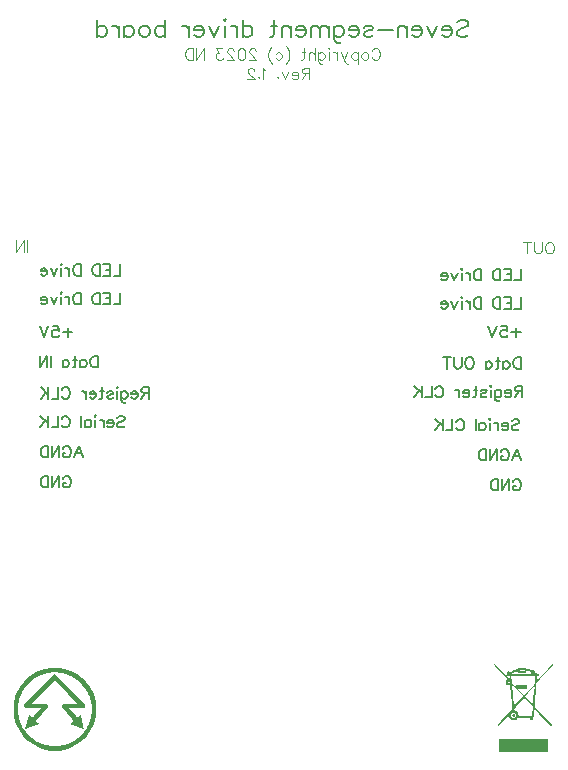
<source format=gbo>
G04 Layer: BottomSilkscreenLayer*
G04 EasyEDA v6.5.22, 2023-04-04 14:03:21*
G04 47d133e18a1f4bd981f81e581058f082,0997c0c323a540828c61b468e30a80a1,10*
G04 Gerber Generator version 0.2*
G04 Scale: 100 percent, Rotated: No, Reflected: No *
G04 Dimensions in millimeters *
G04 leading zeros omitted , absolute positions ,4 integer and 5 decimal *
%FSLAX45Y45*%
%MOMM*%

%ADD10C,0.1500*%
%ADD11C,0.1200*%
%ADD12C,0.1700*%

%LPD*%
G36*
X4853228Y6606692D02*
G01*
X4852974Y6606031D01*
X4852670Y6601612D01*
X4852720Y6596532D01*
X4853025Y6594652D01*
X4853736Y6592620D01*
X4855006Y6590182D01*
X4856988Y6587236D01*
X4863896Y6578701D01*
X4875733Y6565493D01*
X4958435Y6476238D01*
X4957733Y6434429D01*
X4971694Y6434429D01*
X4971796Y6451904D01*
X4972202Y6455918D01*
X4972761Y6458610D01*
X4973421Y6459626D01*
X4977333Y6456934D01*
X4982718Y6450685D01*
X4987493Y6443675D01*
X4989525Y6438595D01*
X4989220Y6436461D01*
X4987950Y6435191D01*
X4985207Y6434582D01*
X4957733Y6434429D01*
X4957521Y6421780D01*
X4983480Y6421678D01*
X4988610Y6421170D01*
X4990628Y6420205D01*
X5005425Y6420205D01*
X5005578Y6421120D01*
X5006136Y6421424D01*
X5007203Y6421069D01*
X5011115Y6418021D01*
X5018074Y6411264D01*
X5044287Y6383629D01*
X5098194Y6325565D01*
X5116525Y6325565D01*
X5119573Y6329527D01*
X5140299Y6353352D01*
X5177282Y6394348D01*
X5194300Y6412534D01*
X5195316Y6413398D01*
X5195620Y6412687D01*
X5195570Y6407962D01*
X5192217Y6370370D01*
X5186527Y6299149D01*
X5183936Y6270701D01*
X5182209Y6256070D01*
X5181955Y6255207D01*
X5180990Y6255664D01*
X5175402Y6260795D01*
X5154777Y6282131D01*
X5142687Y6295085D01*
X5131409Y6307531D01*
X5122468Y6317742D01*
X5117236Y6324244D01*
X5116525Y6325565D01*
X5098194Y6325565D01*
X5098948Y6324752D01*
X5032451Y6251194D01*
X5025593Y6244082D01*
X5021783Y6240526D01*
X5021275Y6240322D01*
X5005425Y6420205D01*
X4990628Y6420205D01*
X4990947Y6420053D01*
X4991506Y6418122D01*
X5005070Y6260185D01*
X5007406Y6229350D01*
X5006949Y6226911D01*
X5005273Y6223558D01*
X5001920Y6218631D01*
X4997693Y6213246D01*
X5023510Y6213246D01*
X5023916Y6218224D01*
X5025491Y6221984D01*
X5028996Y6227318D01*
X5034991Y6234938D01*
X5056835Y6260236D01*
X5087670Y6294577D01*
X5105450Y6313728D01*
X5106517Y6314643D01*
X5109870Y6311544D01*
X5130139Y6290564D01*
X5181549Y6235903D01*
X5175402Y6161278D01*
X5061204Y6161278D01*
X5059883Y6170726D01*
X5058460Y6177229D01*
X5056225Y6183376D01*
X5053126Y6188964D01*
X5049215Y6194094D01*
X5044592Y6198666D01*
X5039258Y6202578D01*
X5033264Y6205880D01*
X5026609Y6208420D01*
X5024932Y6209334D01*
X5023916Y6210858D01*
X5023510Y6213246D01*
X4997693Y6213246D01*
X4983175Y6196126D01*
X4915509Y6120079D01*
X4893157Y6094476D01*
X4887264Y6087059D01*
X4884013Y6082334D01*
X4883200Y6080709D01*
X4882845Y6079439D01*
X4882845Y6078474D01*
X4883658Y6076950D01*
X4886350Y6074206D01*
X4887468Y6073394D01*
X4888230Y6073089D01*
X4894834Y6079744D01*
X4932984Y6121704D01*
X4976418Y6170320D01*
X4977927Y6163360D01*
X4998161Y6163360D01*
X4999228Y6171742D01*
X5000498Y6175298D01*
X5002225Y6178651D01*
X5004155Y6181445D01*
X5006086Y6183325D01*
X5010658Y6185865D01*
X5015280Y6187338D01*
X5019903Y6187694D01*
X5024323Y6187084D01*
X5028488Y6185458D01*
X5032248Y6182918D01*
X5035448Y6179413D01*
X5037988Y6175044D01*
X5039614Y6170269D01*
X5040223Y6165646D01*
X5039918Y6161227D01*
X5038801Y6157061D01*
X5036972Y6153251D01*
X5034483Y6149949D01*
X5031435Y6147206D01*
X5027930Y6145123D01*
X5024018Y6143752D01*
X5019802Y6143294D01*
X5015382Y6143752D01*
X5010810Y6145225D01*
X5004155Y6149644D01*
X4999888Y6155842D01*
X4998161Y6163360D01*
X4977927Y6163360D01*
X4980940Y6151524D01*
X4983784Y6144158D01*
X4987086Y6138164D01*
X4990846Y6133693D01*
X4995468Y6130036D01*
X5000498Y6127089D01*
X5005882Y6124956D01*
X5011420Y6123533D01*
X5017109Y6122873D01*
X5022799Y6122924D01*
X5028387Y6123686D01*
X5033772Y6125159D01*
X5038852Y6127394D01*
X5043474Y6130290D01*
X5047538Y6133846D01*
X5050993Y6138164D01*
X5055311Y6144514D01*
X5156200Y6144514D01*
X5156200Y6121400D01*
X5182006Y6121400D01*
X5182158Y6138265D01*
X5182717Y6142126D01*
X5183733Y6144717D01*
X5186172Y6147104D01*
X5186984Y6148679D01*
X5187746Y6151219D01*
X5189118Y6159652D01*
X5194808Y6219647D01*
X5200142Y6214313D01*
X5233822Y6178804D01*
X5306466Y6100826D01*
X5334609Y6069888D01*
X5343652Y6079388D01*
X5195824Y6238087D01*
X5211826Y6433312D01*
X5244287Y6469024D01*
X5319064Y6552793D01*
X5339892Y6576822D01*
X5345938Y6584340D01*
X5349748Y6589674D01*
X5351780Y6593382D01*
X5352542Y6596176D01*
X5352491Y6600190D01*
X5352186Y6602475D01*
X5351729Y6604000D01*
X5351170Y6604558D01*
X5345226Y6598615D01*
X5308498Y6558381D01*
X5255971Y6500012D01*
X5234381Y6476542D01*
X5219750Y6461099D01*
X5215686Y6457137D01*
X5214213Y6456121D01*
X5214112Y6458559D01*
X5214670Y6469938D01*
X5216702Y6496405D01*
X5229910Y6497523D01*
X5232450Y6498590D01*
X5233416Y6500825D01*
X5233568Y6504889D01*
X5233416Y6509004D01*
X5232501Y6511188D01*
X5230164Y6512001D01*
X5222189Y6512306D01*
X5219700Y6512814D01*
X5218226Y6513728D01*
X5215585Y6519824D01*
X5210302Y6526682D01*
X5203596Y6533489D01*
X5197094Y6538417D01*
X5193842Y6540550D01*
X5191658Y6542684D01*
X5190337Y6544868D01*
X5189626Y6549898D01*
X5188000Y6551371D01*
X5184089Y6551930D01*
X5168646Y6552234D01*
X5160060Y6552793D01*
X5143703Y6554673D01*
X5136794Y6555892D01*
X5131358Y6557162D01*
X5127752Y6558483D01*
X5124907Y6561124D01*
X5119522Y6561988D01*
X5108956Y6562445D01*
X5081320Y6562547D01*
X5066944Y6562293D01*
X5062626Y6561988D01*
X5059730Y6561480D01*
X5057952Y6560820D01*
X5056987Y6559854D01*
X5055565Y6556806D01*
X5053584Y6555384D01*
X5050383Y6554266D01*
X5040122Y6552387D01*
X5034178Y6550914D01*
X5028133Y6549085D01*
X5022138Y6546951D01*
X5016783Y6544716D01*
X5070906Y6544716D01*
X5071719Y6546291D01*
X5074869Y6547256D01*
X5081219Y6547713D01*
X5091734Y6547866D01*
X5102250Y6547713D01*
X5108600Y6547256D01*
X5111699Y6546291D01*
X5112562Y6544716D01*
X5111699Y6543090D01*
X5108600Y6542176D01*
X5102250Y6541668D01*
X5081219Y6541668D01*
X5074869Y6542176D01*
X5071719Y6543090D01*
X5070906Y6544716D01*
X5016783Y6544716D01*
X5010759Y6541871D01*
X5005679Y6539026D01*
X4995621Y6532321D01*
X4992065Y6530543D01*
X4989525Y6530594D01*
X4983022Y6534353D01*
X4979060Y6535369D01*
X4975098Y6535369D01*
X4971338Y6534454D01*
X4967833Y6532676D01*
X4964734Y6530187D01*
X4962093Y6527088D01*
X4960112Y6523481D01*
X4958791Y6519519D01*
X4958384Y6515252D01*
X4958466Y6514541D01*
X5001006Y6514541D01*
X5001006Y6515354D01*
X5001412Y6516268D01*
X5003139Y6518757D01*
X5005832Y6521297D01*
X5009337Y6523888D01*
X5013655Y6526479D01*
X5018582Y6528917D01*
X5024018Y6531254D01*
X5029911Y6533388D01*
X5036159Y6535267D01*
X5048148Y6538315D01*
X5054346Y6539026D01*
X5056632Y6537045D01*
X5056987Y6532118D01*
X5056987Y6524752D01*
X5126431Y6524752D01*
X5126583Y6536385D01*
X5126888Y6539026D01*
X5127345Y6540703D01*
X5127955Y6541262D01*
X5155234Y6537350D01*
X5161686Y6535216D01*
X5163921Y6531152D01*
X5164124Y6518452D01*
X5189931Y6518452D01*
X5190388Y6522872D01*
X5190947Y6524244D01*
X5191556Y6524752D01*
X5192623Y6524244D01*
X5196535Y6520891D01*
X5204561Y6512153D01*
X5193233Y6512306D01*
X5191048Y6513068D01*
X5190134Y6514998D01*
X5189931Y6518452D01*
X5164124Y6518452D01*
X5164124Y6512153D01*
X5034584Y6512204D01*
X5016296Y6512458D01*
X5006035Y6512966D01*
X5003241Y6513372D01*
X5001666Y6513931D01*
X5001006Y6514541D01*
X4958466Y6514541D01*
X4958892Y6510832D01*
X4960518Y6506413D01*
X4964023Y6501638D01*
X4969002Y6497929D01*
X4974437Y6495846D01*
X4982362Y6495948D01*
X4982940Y6495338D01*
X5202224Y6495338D01*
X5198973Y6450482D01*
X5197754Y6443726D01*
X5196840Y6440627D01*
X5195671Y6437579D01*
X5192420Y6431432D01*
X5187492Y6424523D01*
X5180634Y6416141D01*
X5107584Y6333947D01*
X5054955Y6389217D01*
X5128412Y6390386D01*
X5128412Y6421780D01*
X5041138Y6421780D01*
X5041138Y6404051D01*
X5007406Y6439560D01*
X5007254Y6465874D01*
X5006746Y6471208D01*
X5005527Y6473850D01*
X5001463Y6475882D01*
X5000244Y6477711D01*
X4999634Y6480810D01*
X4999482Y6495338D01*
X4982940Y6495338D01*
X4984242Y6493967D01*
X4985258Y6489598D01*
X4985512Y6480098D01*
X4985054Y6476339D01*
X4984546Y6475069D01*
X4983784Y6474256D01*
X4982768Y6473952D01*
X4981397Y6474155D01*
X4979670Y6474917D01*
X4977485Y6476288D01*
X4974894Y6478270D01*
X4968189Y6484315D01*
X4959197Y6493256D01*
X4932883Y6521094D01*
X4880711Y6577431D01*
G37*
G36*
X5019649Y6180023D02*
G01*
X5014722Y6178956D01*
X5009997Y6175654D01*
X5006746Y6170980D01*
X5005628Y6165850D01*
X5006594Y6160617D01*
X5009743Y6155639D01*
X5014518Y6151981D01*
X5019649Y6150864D01*
X5024678Y6152337D01*
X5029098Y6156350D01*
X5032044Y6161430D01*
X5032959Y6166205D01*
X5031943Y6170777D01*
X5028895Y6175349D01*
X5024475Y6178804D01*
G37*
G36*
X4898288Y5963818D02*
G01*
X4898288Y5856681D01*
X5310987Y5856681D01*
X5310987Y5963818D01*
G37*
G36*
X1152753Y6566357D02*
G01*
X1125067Y6566001D01*
X1088745Y6565036D01*
X1060196Y6559245D01*
X1048258Y6556349D01*
X1036421Y6553098D01*
X1024737Y6549440D01*
X1013155Y6545326D01*
X1001623Y6540754D01*
X990092Y6535674D01*
X978560Y6530187D01*
X945642Y6513220D01*
X920292Y6494170D01*
X910488Y6486194D01*
X900734Y6477660D01*
X891133Y6468668D01*
X881786Y6459321D01*
X872744Y6449669D01*
X864158Y6439865D01*
X856132Y6430060D01*
X836930Y6404610D01*
X806805Y6345275D01*
X798220Y6317183D01*
X795070Y6305804D01*
X789533Y6282893D01*
X784453Y6257086D01*
X784453Y6182207D01*
X822045Y6182207D01*
X822045Y6250076D01*
X827532Y6277660D01*
X830580Y6290614D01*
X834085Y6303314D01*
X838047Y6315760D01*
X842518Y6328003D01*
X847394Y6339992D01*
X852830Y6351778D01*
X858723Y6363411D01*
X865073Y6374841D01*
X871982Y6386118D01*
X887221Y6409283D01*
X941222Y6463233D01*
X964336Y6478473D01*
X975614Y6485331D01*
X987044Y6491681D01*
X998677Y6497574D01*
X1010513Y6503009D01*
X1022451Y6507886D01*
X1034592Y6512306D01*
X1046886Y6516217D01*
X1059281Y6519672D01*
X1071829Y6522567D01*
X1082700Y6524599D01*
X1093825Y6526072D01*
X1106525Y6527342D01*
X1119174Y6528307D01*
X1151991Y6529527D01*
X1175969Y6526530D01*
X1187907Y6524599D01*
X1199743Y6522212D01*
X1211326Y6519418D01*
X1222806Y6516217D01*
X1234084Y6512610D01*
X1245108Y6508597D01*
X1255979Y6504178D01*
X1266647Y6499402D01*
X1277112Y6494272D01*
X1287322Y6488734D01*
X1297330Y6482842D01*
X1307033Y6476593D01*
X1316532Y6469989D01*
X1325778Y6463030D01*
X1334770Y6455765D01*
X1343456Y6448196D01*
X1351838Y6440271D01*
X1359966Y6432092D01*
X1367790Y6423558D01*
X1375308Y6414770D01*
X1382522Y6405676D01*
X1389430Y6396278D01*
X1395933Y6386677D01*
X1402181Y6376771D01*
X1408023Y6366611D01*
X1413560Y6356197D01*
X1418691Y6345580D01*
X1423466Y6334709D01*
X1427835Y6323584D01*
X1431848Y6312255D01*
X1435455Y6300724D01*
X1438656Y6289040D01*
X1441450Y6277102D01*
X1446784Y6250076D01*
X1446784Y6182207D01*
X1441348Y6154623D01*
X1438300Y6141669D01*
X1434795Y6128969D01*
X1430832Y6116523D01*
X1426362Y6104331D01*
X1421434Y6092291D01*
X1416050Y6080506D01*
X1410157Y6068872D01*
X1403807Y6057442D01*
X1396898Y6046165D01*
X1381658Y6023000D01*
X1327658Y5969101D01*
X1304544Y5953810D01*
X1293215Y5946952D01*
X1281785Y5940552D01*
X1270152Y5934659D01*
X1258366Y5929274D01*
X1246327Y5924346D01*
X1234084Y5919927D01*
X1221638Y5915964D01*
X1208938Y5912459D01*
X1195984Y5909411D01*
X1168400Y5903925D01*
X1100480Y5903925D01*
X1072896Y5909411D01*
X1059942Y5912459D01*
X1047242Y5915964D01*
X1034745Y5919927D01*
X1022553Y5924346D01*
X1010513Y5929274D01*
X998728Y5934659D01*
X987094Y5940552D01*
X975614Y5946952D01*
X964336Y5953810D01*
X941222Y5969101D01*
X887221Y6023000D01*
X871982Y6046165D01*
X865073Y6057442D01*
X858723Y6068872D01*
X852830Y6080506D01*
X847394Y6092291D01*
X842518Y6104331D01*
X838047Y6116523D01*
X834085Y6128969D01*
X830580Y6141669D01*
X827532Y6154623D01*
X822045Y6182207D01*
X784453Y6182207D01*
X784453Y6175197D01*
X789533Y6149390D01*
X795070Y6126480D01*
X798220Y6115100D01*
X806805Y6087008D01*
X836930Y6027724D01*
X856132Y6002274D01*
X864158Y5992418D01*
X872744Y5982614D01*
X881786Y5973013D01*
X891133Y5963615D01*
X900785Y5954572D01*
X910590Y5946038D01*
X920445Y5938012D01*
X945896Y5918758D01*
X1005230Y5888685D01*
X1033322Y5880100D01*
X1056640Y5873953D01*
X1067663Y5871413D01*
X1093470Y5866333D01*
X1175410Y5866333D01*
X1201216Y5871413D01*
X1212240Y5873953D01*
X1235557Y5880100D01*
X1263650Y5888685D01*
X1322984Y5918758D01*
X1348435Y5938012D01*
X1358290Y5946038D01*
X1368094Y5954572D01*
X1377746Y5963615D01*
X1387094Y5973013D01*
X1396136Y5982614D01*
X1404721Y5992418D01*
X1412748Y6002274D01*
X1431950Y6027724D01*
X1462074Y6087008D01*
X1470660Y6115100D01*
X1473809Y6126480D01*
X1479346Y6149390D01*
X1484426Y6175197D01*
X1484426Y6257086D01*
X1479346Y6282893D01*
X1473809Y6305804D01*
X1470660Y6317183D01*
X1462074Y6345275D01*
X1431950Y6404610D01*
X1412748Y6430060D01*
X1404721Y6439865D01*
X1396136Y6449669D01*
X1387094Y6459321D01*
X1377746Y6468668D01*
X1368094Y6477660D01*
X1358341Y6486194D01*
X1348536Y6494170D01*
X1323238Y6513220D01*
X1268425Y6541566D01*
X1238910Y6551117D01*
X1227886Y6554266D01*
X1216152Y6557162D01*
X1203604Y6559905D01*
X1190193Y6562445D01*
X1175918Y6564782D01*
X1166266Y6566103D01*
G37*
G36*
X1133348Y6516268D02*
G01*
X1019098Y6399885D01*
X874471Y6251549D01*
X874471Y6232855D01*
X886815Y6223152D01*
X1012850Y6223152D01*
X959103Y6161176D01*
X943356Y6143599D01*
X938936Y6147003D01*
X915466Y6166916D01*
X913130Y6161024D01*
X907796Y6141618D01*
X899769Y6110478D01*
X891540Y6077458D01*
X885698Y6052616D01*
X884275Y6045301D01*
X887577Y6046114D01*
X908710Y6053937D01*
X949045Y6069990D01*
X979779Y6082792D01*
X991006Y6087668D01*
X997813Y6090920D01*
X999134Y6091732D01*
X998677Y6093307D01*
X996238Y6096355D01*
X992225Y6100521D01*
X973226Y6117132D01*
X1073556Y6233261D01*
X1073556Y6250381D01*
X1066901Y6259474D01*
X939596Y6261811D01*
X1133195Y6460286D01*
X1246632Y6344208D01*
X1284274Y6305346D01*
X1327048Y6260642D01*
X1202334Y6260642D01*
X1192987Y6251244D01*
X1192987Y6232855D01*
X1277213Y6135370D01*
X1292504Y6117183D01*
X1264716Y6092393D01*
X1287576Y6082385D01*
X1315974Y6070549D01*
X1345133Y6058712D01*
X1377035Y6046419D01*
X1381506Y6044996D01*
X1382166Y6044946D01*
X1381506Y6048705D01*
X1376121Y6071565D01*
X1363218Y6123228D01*
X1352956Y6162243D01*
X1351737Y6165951D01*
X1350365Y6165342D01*
X1347165Y6163106D01*
X1327556Y6147003D01*
X1323086Y6143599D01*
X1312519Y6155283D01*
X1253642Y6223152D01*
X1380591Y6223152D01*
X1392072Y6234633D01*
X1392072Y6251803D01*
G37*
D10*
X1201818Y8168081D02*
G01*
X1206362Y8177171D01*
X1215453Y8186262D01*
X1224546Y8190809D01*
X1242728Y8190809D01*
X1251818Y8186262D01*
X1260909Y8177171D01*
X1265453Y8168081D01*
X1270000Y8154446D01*
X1270000Y8131718D01*
X1265453Y8118081D01*
X1260909Y8108990D01*
X1251818Y8099899D01*
X1242728Y8095353D01*
X1224546Y8095353D01*
X1215453Y8099899D01*
X1206362Y8108990D01*
X1201818Y8118081D01*
X1201818Y8131718D01*
X1224546Y8131718D02*
G01*
X1201818Y8131718D01*
X1171818Y8190809D02*
G01*
X1171818Y8095353D01*
X1171818Y8190809D02*
G01*
X1108181Y8095353D01*
X1108181Y8190809D02*
G01*
X1108181Y8095353D01*
X1078181Y8190809D02*
G01*
X1078181Y8095353D01*
X1078181Y8190809D02*
G01*
X1046363Y8190809D01*
X1032728Y8186262D01*
X1023637Y8177171D01*
X1019091Y8168081D01*
X1014547Y8154446D01*
X1014547Y8131718D01*
X1019091Y8118081D01*
X1023637Y8108990D01*
X1032728Y8099899D01*
X1046363Y8095353D01*
X1078181Y8095353D01*
X1335237Y8444809D02*
G01*
X1371600Y8349353D01*
X1335237Y8444809D02*
G01*
X1298872Y8349353D01*
X1357962Y8381171D02*
G01*
X1312509Y8381171D01*
X1200691Y8422081D02*
G01*
X1205237Y8431171D01*
X1214328Y8440262D01*
X1223418Y8444809D01*
X1241600Y8444809D01*
X1250690Y8440262D01*
X1259781Y8431171D01*
X1264328Y8422081D01*
X1268872Y8408446D01*
X1268872Y8385718D01*
X1264328Y8372081D01*
X1259781Y8362990D01*
X1250690Y8353899D01*
X1241600Y8349353D01*
X1223418Y8349353D01*
X1214328Y8353899D01*
X1205237Y8362990D01*
X1200691Y8372081D01*
X1200691Y8385718D01*
X1223418Y8385718D02*
G01*
X1200691Y8385718D01*
X1170691Y8444809D02*
G01*
X1170691Y8349353D01*
X1170691Y8444809D02*
G01*
X1107053Y8349353D01*
X1107053Y8444809D02*
G01*
X1107053Y8349353D01*
X1077053Y8444809D02*
G01*
X1077053Y8349353D01*
X1077053Y8444809D02*
G01*
X1045237Y8444809D01*
X1031600Y8440262D01*
X1022510Y8431171D01*
X1017963Y8422081D01*
X1013419Y8408446D01*
X1013419Y8385718D01*
X1017963Y8372081D01*
X1022510Y8362990D01*
X1031600Y8353899D01*
X1045237Y8349353D01*
X1077053Y8349353D01*
X5011818Y8142681D02*
G01*
X5016362Y8151771D01*
X5025453Y8160862D01*
X5034546Y8165409D01*
X5052728Y8165409D01*
X5061818Y8160862D01*
X5070909Y8151771D01*
X5075453Y8142681D01*
X5080000Y8129046D01*
X5080000Y8106318D01*
X5075453Y8092681D01*
X5070909Y8083590D01*
X5061818Y8074499D01*
X5052728Y8069953D01*
X5034546Y8069953D01*
X5025453Y8074499D01*
X5016362Y8083590D01*
X5011818Y8092681D01*
X5011818Y8106318D01*
X5034546Y8106318D02*
G01*
X5011818Y8106318D01*
X4981818Y8165409D02*
G01*
X4981818Y8069953D01*
X4981818Y8165409D02*
G01*
X4918181Y8069953D01*
X4918181Y8165409D02*
G01*
X4918181Y8069953D01*
X4888181Y8165409D02*
G01*
X4888181Y8069953D01*
X4888181Y8165409D02*
G01*
X4856363Y8165409D01*
X4842728Y8160862D01*
X4833637Y8151771D01*
X4829091Y8142681D01*
X4824547Y8129046D01*
X4824547Y8106318D01*
X4829091Y8092681D01*
X4833637Y8083590D01*
X4842728Y8074499D01*
X4856363Y8069953D01*
X4888181Y8069953D01*
X5043637Y8419409D02*
G01*
X5080000Y8323953D01*
X5043637Y8419409D02*
G01*
X5007272Y8323953D01*
X5066362Y8355771D02*
G01*
X5020909Y8355771D01*
X4909091Y8396681D02*
G01*
X4913637Y8405771D01*
X4922728Y8414862D01*
X4931818Y8419409D01*
X4950000Y8419409D01*
X4959090Y8414862D01*
X4968181Y8405771D01*
X4972728Y8396681D01*
X4977272Y8383046D01*
X4977272Y8360318D01*
X4972728Y8346681D01*
X4968181Y8337590D01*
X4959090Y8328499D01*
X4950000Y8323953D01*
X4931818Y8323953D01*
X4922728Y8328499D01*
X4913637Y8337590D01*
X4909091Y8346681D01*
X4909091Y8360318D01*
X4931818Y8360318D02*
G01*
X4909091Y8360318D01*
X4879091Y8419409D02*
G01*
X4879091Y8323953D01*
X4879091Y8419409D02*
G01*
X4815453Y8323953D01*
X4815453Y8419409D02*
G01*
X4815453Y8323953D01*
X4785453Y8419409D02*
G01*
X4785453Y8323953D01*
X4785453Y8419409D02*
G01*
X4753637Y8419409D01*
X4740000Y8414862D01*
X4730910Y8405771D01*
X4726363Y8396681D01*
X4721819Y8383046D01*
X4721819Y8360318D01*
X4726363Y8346681D01*
X4730910Y8337590D01*
X4740000Y8328499D01*
X4753637Y8323953D01*
X4785453Y8323953D01*
X5003662Y8659771D02*
G01*
X5012753Y8668862D01*
X5026390Y8673409D01*
X5044572Y8673409D01*
X5058209Y8668862D01*
X5067300Y8659771D01*
X5067300Y8650681D01*
X5062753Y8641590D01*
X5058209Y8637046D01*
X5049118Y8632499D01*
X5021846Y8623409D01*
X5012753Y8618862D01*
X5008209Y8614318D01*
X5003662Y8605227D01*
X5003662Y8591590D01*
X5012753Y8582499D01*
X5026390Y8577953D01*
X5044572Y8577953D01*
X5058209Y8582499D01*
X5067300Y8591590D01*
X4973662Y8614318D02*
G01*
X4919118Y8614318D01*
X4919118Y8623409D01*
X4923663Y8632499D01*
X4928209Y8637046D01*
X4937300Y8641590D01*
X4950937Y8641590D01*
X4960028Y8637046D01*
X4969118Y8627953D01*
X4973662Y8614318D01*
X4973662Y8605227D01*
X4969118Y8591590D01*
X4960028Y8582499D01*
X4950937Y8577953D01*
X4937300Y8577953D01*
X4928209Y8582499D01*
X4919118Y8591590D01*
X4889118Y8641590D02*
G01*
X4889118Y8577953D01*
X4889118Y8614318D02*
G01*
X4884572Y8627953D01*
X4875481Y8637046D01*
X4866391Y8641590D01*
X4852753Y8641590D01*
X4822753Y8673409D02*
G01*
X4818209Y8668862D01*
X4813663Y8673409D01*
X4818209Y8677953D01*
X4822753Y8673409D01*
X4818209Y8641590D02*
G01*
X4818209Y8577953D01*
X4729119Y8641590D02*
G01*
X4729119Y8577953D01*
X4729119Y8627953D02*
G01*
X4738209Y8637046D01*
X4747300Y8641590D01*
X4760937Y8641590D01*
X4770028Y8637046D01*
X4779119Y8627953D01*
X4783663Y8614318D01*
X4783663Y8605227D01*
X4779119Y8591590D01*
X4770028Y8582499D01*
X4760937Y8577953D01*
X4747300Y8577953D01*
X4738209Y8582499D01*
X4729119Y8591590D01*
X4699119Y8673409D02*
G01*
X4699119Y8577953D01*
X4530938Y8650681D02*
G01*
X4535482Y8659771D01*
X4544573Y8668862D01*
X4553663Y8673409D01*
X4571847Y8673409D01*
X4580938Y8668862D01*
X4590028Y8659771D01*
X4594572Y8650681D01*
X4599119Y8637046D01*
X4599119Y8614318D01*
X4594572Y8600681D01*
X4590028Y8591590D01*
X4580938Y8582499D01*
X4571847Y8577953D01*
X4553663Y8577953D01*
X4544573Y8582499D01*
X4535482Y8591590D01*
X4530938Y8600681D01*
X4500938Y8673409D02*
G01*
X4500938Y8577953D01*
X4500938Y8577953D02*
G01*
X4446391Y8577953D01*
X4416391Y8673409D02*
G01*
X4416391Y8577953D01*
X4352754Y8673409D02*
G01*
X4416391Y8609771D01*
X4393664Y8632499D02*
G01*
X4352754Y8577953D01*
X1663562Y8685171D02*
G01*
X1672653Y8694262D01*
X1686290Y8698809D01*
X1704472Y8698809D01*
X1718109Y8694262D01*
X1727200Y8685171D01*
X1727200Y8676081D01*
X1722653Y8666990D01*
X1718109Y8662446D01*
X1709018Y8657899D01*
X1681746Y8648809D01*
X1672653Y8644262D01*
X1668109Y8639718D01*
X1663562Y8630627D01*
X1663562Y8616990D01*
X1672653Y8607899D01*
X1686290Y8603353D01*
X1704472Y8603353D01*
X1718109Y8607899D01*
X1727200Y8616990D01*
X1633562Y8639718D02*
G01*
X1579018Y8639718D01*
X1579018Y8648809D01*
X1583562Y8657899D01*
X1588109Y8662446D01*
X1597200Y8666990D01*
X1610837Y8666990D01*
X1619928Y8662446D01*
X1629018Y8653353D01*
X1633562Y8639718D01*
X1633562Y8630627D01*
X1629018Y8616990D01*
X1619928Y8607899D01*
X1610837Y8603353D01*
X1597200Y8603353D01*
X1588109Y8607899D01*
X1579018Y8616990D01*
X1549019Y8666990D02*
G01*
X1549019Y8603353D01*
X1549019Y8639718D02*
G01*
X1544472Y8653353D01*
X1535381Y8662446D01*
X1526291Y8666990D01*
X1512653Y8666990D01*
X1482653Y8698809D02*
G01*
X1478109Y8694262D01*
X1473563Y8698809D01*
X1478109Y8703353D01*
X1482653Y8698809D01*
X1478109Y8666990D02*
G01*
X1478109Y8603353D01*
X1389019Y8666990D02*
G01*
X1389019Y8603353D01*
X1389019Y8653353D02*
G01*
X1398109Y8662446D01*
X1407200Y8666990D01*
X1420837Y8666990D01*
X1429928Y8662446D01*
X1439019Y8653353D01*
X1443563Y8639718D01*
X1443563Y8630627D01*
X1439019Y8616990D01*
X1429928Y8607899D01*
X1420837Y8603353D01*
X1407200Y8603353D01*
X1398109Y8607899D01*
X1389019Y8616990D01*
X1359019Y8698809D02*
G01*
X1359019Y8603353D01*
X1190838Y8676081D02*
G01*
X1195382Y8685171D01*
X1204473Y8694262D01*
X1213563Y8698809D01*
X1231747Y8698809D01*
X1240838Y8694262D01*
X1249928Y8685171D01*
X1254472Y8676081D01*
X1259019Y8662446D01*
X1259019Y8639718D01*
X1254472Y8626081D01*
X1249928Y8616990D01*
X1240838Y8607899D01*
X1231747Y8603353D01*
X1213563Y8603353D01*
X1204473Y8607899D01*
X1195382Y8616990D01*
X1190838Y8626081D01*
X1160838Y8698809D02*
G01*
X1160838Y8603353D01*
X1160838Y8603353D02*
G01*
X1106291Y8603353D01*
X1076291Y8698809D02*
G01*
X1076291Y8603353D01*
X1012654Y8698809D02*
G01*
X1076291Y8635171D01*
X1053564Y8657899D02*
G01*
X1012654Y8603353D01*
X1930400Y8940109D02*
G01*
X1930400Y8844653D01*
X1930400Y8940109D02*
G01*
X1889490Y8940109D01*
X1875853Y8935562D01*
X1871309Y8931018D01*
X1866762Y8921927D01*
X1866762Y8912837D01*
X1871309Y8903746D01*
X1875853Y8899199D01*
X1889490Y8894653D01*
X1930400Y8894653D01*
X1898581Y8894653D02*
G01*
X1866762Y8844653D01*
X1836762Y8881018D02*
G01*
X1782218Y8881018D01*
X1782218Y8890109D01*
X1786762Y8899199D01*
X1791309Y8903746D01*
X1800400Y8908290D01*
X1814037Y8908290D01*
X1823128Y8903746D01*
X1832218Y8894653D01*
X1836762Y8881018D01*
X1836762Y8871927D01*
X1832218Y8858290D01*
X1823128Y8849199D01*
X1814037Y8844653D01*
X1800400Y8844653D01*
X1791309Y8849199D01*
X1782218Y8858290D01*
X1697672Y8908290D02*
G01*
X1697672Y8835562D01*
X1702219Y8821928D01*
X1706763Y8817381D01*
X1715853Y8812837D01*
X1729491Y8812837D01*
X1738581Y8817381D01*
X1697672Y8894653D02*
G01*
X1706763Y8903746D01*
X1715853Y8908290D01*
X1729491Y8908290D01*
X1738581Y8903746D01*
X1747672Y8894653D01*
X1752219Y8881018D01*
X1752219Y8871927D01*
X1747672Y8858290D01*
X1738581Y8849199D01*
X1729491Y8844653D01*
X1715853Y8844653D01*
X1706763Y8849199D01*
X1697672Y8858290D01*
X1667672Y8940109D02*
G01*
X1663128Y8935562D01*
X1658581Y8940109D01*
X1663128Y8944653D01*
X1667672Y8940109D01*
X1663128Y8908290D02*
G01*
X1663128Y8844653D01*
X1578582Y8894653D02*
G01*
X1583128Y8903746D01*
X1596763Y8908290D01*
X1610400Y8908290D01*
X1624037Y8903746D01*
X1628581Y8894653D01*
X1624037Y8885562D01*
X1614947Y8881018D01*
X1592219Y8876471D01*
X1583128Y8871927D01*
X1578582Y8862837D01*
X1578582Y8858290D01*
X1583128Y8849199D01*
X1596763Y8844653D01*
X1610400Y8844653D01*
X1624037Y8849199D01*
X1628581Y8858290D01*
X1534947Y8940109D02*
G01*
X1534947Y8862837D01*
X1530400Y8849199D01*
X1521310Y8844653D01*
X1512219Y8844653D01*
X1548582Y8908290D02*
G01*
X1516763Y8908290D01*
X1482219Y8881018D02*
G01*
X1427673Y8881018D01*
X1427673Y8890109D01*
X1432219Y8899199D01*
X1436763Y8903746D01*
X1445854Y8908290D01*
X1459491Y8908290D01*
X1468582Y8903746D01*
X1477672Y8894653D01*
X1482219Y8881018D01*
X1482219Y8871927D01*
X1477672Y8858290D01*
X1468582Y8849199D01*
X1459491Y8844653D01*
X1445854Y8844653D01*
X1436763Y8849199D01*
X1427673Y8858290D01*
X1397673Y8908290D02*
G01*
X1397673Y8844653D01*
X1397673Y8881018D02*
G01*
X1393129Y8894653D01*
X1384038Y8903746D01*
X1374947Y8908290D01*
X1361310Y8908290D01*
X1193129Y8917381D02*
G01*
X1197673Y8926471D01*
X1206764Y8935562D01*
X1215854Y8940109D01*
X1234038Y8940109D01*
X1243129Y8935562D01*
X1252220Y8926471D01*
X1256764Y8917381D01*
X1261310Y8903746D01*
X1261310Y8881018D01*
X1256764Y8867381D01*
X1252220Y8858290D01*
X1243129Y8849199D01*
X1234038Y8844653D01*
X1215854Y8844653D01*
X1206764Y8849199D01*
X1197673Y8858290D01*
X1193129Y8867381D01*
X1163129Y8940109D02*
G01*
X1163129Y8844653D01*
X1163129Y8844653D02*
G01*
X1108582Y8844653D01*
X1078583Y8940109D02*
G01*
X1078583Y8844653D01*
X1014948Y8940109D02*
G01*
X1078583Y8876471D01*
X1055855Y8899199D02*
G01*
X1014948Y8844653D01*
X5092700Y8952809D02*
G01*
X5092700Y8857353D01*
X5092700Y8952809D02*
G01*
X5051790Y8952809D01*
X5038153Y8948262D01*
X5033609Y8943718D01*
X5029062Y8934627D01*
X5029062Y8925537D01*
X5033609Y8916446D01*
X5038153Y8911899D01*
X5051790Y8907353D01*
X5092700Y8907353D01*
X5060881Y8907353D02*
G01*
X5029062Y8857353D01*
X4999062Y8893718D02*
G01*
X4944518Y8893718D01*
X4944518Y8902809D01*
X4949063Y8911899D01*
X4953609Y8916446D01*
X4962700Y8920990D01*
X4976337Y8920990D01*
X4985428Y8916446D01*
X4994518Y8907353D01*
X4999062Y8893718D01*
X4999062Y8884627D01*
X4994518Y8870990D01*
X4985428Y8861899D01*
X4976337Y8857353D01*
X4962700Y8857353D01*
X4953609Y8861899D01*
X4944518Y8870990D01*
X4859972Y8920990D02*
G01*
X4859972Y8848262D01*
X4864519Y8834628D01*
X4869063Y8830081D01*
X4878153Y8825537D01*
X4891791Y8825537D01*
X4900881Y8830081D01*
X4859972Y8907353D02*
G01*
X4869063Y8916446D01*
X4878153Y8920990D01*
X4891791Y8920990D01*
X4900881Y8916446D01*
X4909972Y8907353D01*
X4914518Y8893718D01*
X4914518Y8884627D01*
X4909972Y8870990D01*
X4900881Y8861899D01*
X4891791Y8857353D01*
X4878153Y8857353D01*
X4869063Y8861899D01*
X4859972Y8870990D01*
X4829972Y8952809D02*
G01*
X4825428Y8948262D01*
X4820881Y8952809D01*
X4825428Y8957353D01*
X4829972Y8952809D01*
X4825428Y8920990D02*
G01*
X4825428Y8857353D01*
X4740882Y8907353D02*
G01*
X4745428Y8916446D01*
X4759063Y8920990D01*
X4772700Y8920990D01*
X4786337Y8916446D01*
X4790881Y8907353D01*
X4786337Y8898262D01*
X4777247Y8893718D01*
X4754519Y8889171D01*
X4745428Y8884627D01*
X4740882Y8875537D01*
X4740882Y8870990D01*
X4745428Y8861899D01*
X4759063Y8857353D01*
X4772700Y8857353D01*
X4786337Y8861899D01*
X4790881Y8870990D01*
X4697247Y8952809D02*
G01*
X4697247Y8875537D01*
X4692700Y8861899D01*
X4683610Y8857353D01*
X4674519Y8857353D01*
X4710882Y8920990D02*
G01*
X4679063Y8920990D01*
X4644519Y8893718D02*
G01*
X4589973Y8893718D01*
X4589973Y8902809D01*
X4594519Y8911899D01*
X4599063Y8916446D01*
X4608154Y8920990D01*
X4621791Y8920990D01*
X4630882Y8916446D01*
X4639972Y8907353D01*
X4644519Y8893718D01*
X4644519Y8884627D01*
X4639972Y8870990D01*
X4630882Y8861899D01*
X4621791Y8857353D01*
X4608154Y8857353D01*
X4599063Y8861899D01*
X4589973Y8870990D01*
X4559973Y8920990D02*
G01*
X4559973Y8857353D01*
X4559973Y8893718D02*
G01*
X4555429Y8907353D01*
X4546338Y8916446D01*
X4537247Y8920990D01*
X4523610Y8920990D01*
X4355429Y8930081D02*
G01*
X4359973Y8939171D01*
X4369064Y8948262D01*
X4378154Y8952809D01*
X4396338Y8952809D01*
X4405429Y8948262D01*
X4414520Y8939171D01*
X4419064Y8930081D01*
X4423610Y8916446D01*
X4423610Y8893718D01*
X4419064Y8880081D01*
X4414520Y8870990D01*
X4405429Y8861899D01*
X4396338Y8857353D01*
X4378154Y8857353D01*
X4369064Y8861899D01*
X4359973Y8870990D01*
X4355429Y8880081D01*
X4325429Y8952809D02*
G01*
X4325429Y8857353D01*
X4325429Y8857353D02*
G01*
X4270883Y8857353D01*
X4240883Y8952809D02*
G01*
X4240883Y8857353D01*
X4177248Y8952809D02*
G01*
X4240883Y8889171D01*
X4218155Y8911899D02*
G01*
X4177248Y8857353D01*
X5080000Y9194109D02*
G01*
X5080000Y9098653D01*
X5080000Y9194109D02*
G01*
X5048181Y9194109D01*
X5034546Y9189562D01*
X5025453Y9180471D01*
X5020909Y9171381D01*
X5016362Y9157746D01*
X5016362Y9135018D01*
X5020909Y9121381D01*
X5025453Y9112290D01*
X5034546Y9103199D01*
X5048181Y9098653D01*
X5080000Y9098653D01*
X4931818Y9162290D02*
G01*
X4931818Y9098653D01*
X4931818Y9148653D02*
G01*
X4940909Y9157746D01*
X4950000Y9162290D01*
X4963637Y9162290D01*
X4972728Y9157746D01*
X4981818Y9148653D01*
X4986362Y9135018D01*
X4986362Y9125927D01*
X4981818Y9112290D01*
X4972728Y9103199D01*
X4963637Y9098653D01*
X4950000Y9098653D01*
X4940909Y9103199D01*
X4931818Y9112290D01*
X4888181Y9194109D02*
G01*
X4888181Y9116837D01*
X4883637Y9103199D01*
X4874547Y9098653D01*
X4865453Y9098653D01*
X4901818Y9162290D02*
G01*
X4870000Y9162290D01*
X4780909Y9162290D02*
G01*
X4780909Y9098653D01*
X4780909Y9148653D02*
G01*
X4790000Y9157746D01*
X4799091Y9162290D01*
X4812728Y9162290D01*
X4821819Y9157746D01*
X4830909Y9148653D01*
X4835453Y9135018D01*
X4835453Y9125927D01*
X4830909Y9112290D01*
X4821819Y9103199D01*
X4812728Y9098653D01*
X4799091Y9098653D01*
X4790000Y9103199D01*
X4780909Y9112290D01*
X4653638Y9194109D02*
G01*
X4662728Y9189562D01*
X4671819Y9180471D01*
X4676363Y9171381D01*
X4680910Y9157746D01*
X4680910Y9135018D01*
X4676363Y9121381D01*
X4671819Y9112290D01*
X4662728Y9103199D01*
X4653638Y9098653D01*
X4635454Y9098653D01*
X4626363Y9103199D01*
X4617272Y9112290D01*
X4612728Y9121381D01*
X4608182Y9135018D01*
X4608182Y9157746D01*
X4612728Y9171381D01*
X4617272Y9180471D01*
X4626363Y9189562D01*
X4635454Y9194109D01*
X4653638Y9194109D01*
X4578182Y9194109D02*
G01*
X4578182Y9125927D01*
X4573638Y9112290D01*
X4564547Y9103199D01*
X4550910Y9098653D01*
X4541819Y9098653D01*
X4528182Y9103199D01*
X4519091Y9112290D01*
X4514547Y9125927D01*
X4514547Y9194109D01*
X4452729Y9194109D02*
G01*
X4452729Y9098653D01*
X4484547Y9194109D02*
G01*
X4420910Y9194109D01*
X1498600Y9206809D02*
G01*
X1498600Y9111353D01*
X1498600Y9206809D02*
G01*
X1466781Y9206809D01*
X1453146Y9202262D01*
X1444053Y9193171D01*
X1439509Y9184081D01*
X1434962Y9170446D01*
X1434962Y9147718D01*
X1439509Y9134081D01*
X1444053Y9124990D01*
X1453146Y9115899D01*
X1466781Y9111353D01*
X1498600Y9111353D01*
X1350418Y9174990D02*
G01*
X1350418Y9111353D01*
X1350418Y9161353D02*
G01*
X1359509Y9170446D01*
X1368600Y9174990D01*
X1382237Y9174990D01*
X1391328Y9170446D01*
X1400418Y9161353D01*
X1404962Y9147718D01*
X1404962Y9138627D01*
X1400418Y9124990D01*
X1391328Y9115899D01*
X1382237Y9111353D01*
X1368600Y9111353D01*
X1359509Y9115899D01*
X1350418Y9124990D01*
X1306781Y9206809D02*
G01*
X1306781Y9129537D01*
X1302237Y9115899D01*
X1293147Y9111353D01*
X1284053Y9111353D01*
X1320419Y9174990D02*
G01*
X1288600Y9174990D01*
X1199509Y9174990D02*
G01*
X1199509Y9111353D01*
X1199509Y9161353D02*
G01*
X1208600Y9170446D01*
X1217691Y9174990D01*
X1231328Y9174990D01*
X1240419Y9170446D01*
X1249509Y9161353D01*
X1254053Y9147718D01*
X1254053Y9138627D01*
X1249509Y9124990D01*
X1240419Y9115899D01*
X1231328Y9111353D01*
X1217691Y9111353D01*
X1208600Y9115899D01*
X1199509Y9124990D01*
X1099510Y9206809D02*
G01*
X1099510Y9111353D01*
X1069510Y9206809D02*
G01*
X1069510Y9111353D01*
X1069510Y9206809D02*
G01*
X1005873Y9111353D01*
X1005873Y9206809D02*
G01*
X1005873Y9111353D01*
X1241790Y9447171D02*
G01*
X1241790Y9365353D01*
X1282700Y9406262D02*
G01*
X1200881Y9406262D01*
X1116337Y9460809D02*
G01*
X1161790Y9460809D01*
X1166337Y9419899D01*
X1161790Y9424446D01*
X1148153Y9428990D01*
X1134518Y9428990D01*
X1120881Y9424446D01*
X1111791Y9415353D01*
X1107246Y9401718D01*
X1107246Y9392627D01*
X1111791Y9378990D01*
X1120881Y9369899D01*
X1134518Y9365353D01*
X1148153Y9365353D01*
X1161790Y9369899D01*
X1166337Y9374446D01*
X1170881Y9383537D01*
X1077247Y9460809D02*
G01*
X1040881Y9365353D01*
X1004519Y9460809D02*
G01*
X1040881Y9365353D01*
X5039090Y9447171D02*
G01*
X5039090Y9365353D01*
X5080000Y9406262D02*
G01*
X4998181Y9406262D01*
X4913637Y9460809D02*
G01*
X4959090Y9460809D01*
X4963637Y9419899D01*
X4959090Y9424446D01*
X4945453Y9428990D01*
X4931818Y9428990D01*
X4918181Y9424446D01*
X4909091Y9415353D01*
X4904546Y9401718D01*
X4904546Y9392627D01*
X4909091Y9378990D01*
X4918181Y9369899D01*
X4931818Y9365353D01*
X4945453Y9365353D01*
X4959090Y9369899D01*
X4963637Y9374446D01*
X4968181Y9383537D01*
X4874547Y9460809D02*
G01*
X4838181Y9365353D01*
X4801819Y9460809D02*
G01*
X4838181Y9365353D01*
X1689100Y9981509D02*
G01*
X1689100Y9886053D01*
X1689100Y9886053D02*
G01*
X1634553Y9886053D01*
X1604553Y9981509D02*
G01*
X1604553Y9886053D01*
X1604553Y9981509D02*
G01*
X1545462Y9981509D01*
X1604553Y9936053D02*
G01*
X1568190Y9936053D01*
X1604553Y9886053D02*
G01*
X1545462Y9886053D01*
X1515463Y9981509D02*
G01*
X1515463Y9886053D01*
X1515463Y9981509D02*
G01*
X1483647Y9981509D01*
X1470009Y9976962D01*
X1460919Y9967871D01*
X1456372Y9958781D01*
X1451828Y9945146D01*
X1451828Y9922418D01*
X1456372Y9908781D01*
X1460919Y9899690D01*
X1470009Y9890599D01*
X1483647Y9886053D01*
X1515463Y9886053D01*
X1351828Y9981509D02*
G01*
X1351828Y9886053D01*
X1351828Y9981509D02*
G01*
X1320010Y9981509D01*
X1306372Y9976962D01*
X1297282Y9967871D01*
X1292738Y9958781D01*
X1288191Y9945146D01*
X1288191Y9922418D01*
X1292738Y9908781D01*
X1297282Y9899690D01*
X1306372Y9890599D01*
X1320010Y9886053D01*
X1351828Y9886053D01*
X1258191Y9949690D02*
G01*
X1258191Y9886053D01*
X1258191Y9922418D02*
G01*
X1253647Y9936053D01*
X1244554Y9945146D01*
X1235463Y9949690D01*
X1221828Y9949690D01*
X1191828Y9981509D02*
G01*
X1187282Y9976962D01*
X1182738Y9981509D01*
X1187282Y9986053D01*
X1191828Y9981509D01*
X1187282Y9949690D02*
G01*
X1187282Y9886053D01*
X1152738Y9949690D02*
G01*
X1125463Y9886053D01*
X1098191Y9949690D02*
G01*
X1125463Y9886053D01*
X1068191Y9922418D02*
G01*
X1013647Y9922418D01*
X1013647Y9931509D01*
X1018192Y9940599D01*
X1022738Y9945146D01*
X1031829Y9949690D01*
X1045463Y9949690D01*
X1054554Y9945146D01*
X1063647Y9936053D01*
X1068191Y9922418D01*
X1068191Y9913327D01*
X1063647Y9899690D01*
X1054554Y9890599D01*
X1045463Y9886053D01*
X1031829Y9886053D01*
X1022738Y9890599D01*
X1013647Y9899690D01*
X1689100Y9740209D02*
G01*
X1689100Y9644753D01*
X1689100Y9644753D02*
G01*
X1634553Y9644753D01*
X1604553Y9740209D02*
G01*
X1604553Y9644753D01*
X1604553Y9740209D02*
G01*
X1545462Y9740209D01*
X1604553Y9694753D02*
G01*
X1568190Y9694753D01*
X1604553Y9644753D02*
G01*
X1545462Y9644753D01*
X1515463Y9740209D02*
G01*
X1515463Y9644753D01*
X1515463Y9740209D02*
G01*
X1483647Y9740209D01*
X1470009Y9735662D01*
X1460919Y9726571D01*
X1456372Y9717481D01*
X1451828Y9703846D01*
X1451828Y9681118D01*
X1456372Y9667481D01*
X1460919Y9658390D01*
X1470009Y9649299D01*
X1483647Y9644753D01*
X1515463Y9644753D01*
X1351828Y9740209D02*
G01*
X1351828Y9644753D01*
X1351828Y9740209D02*
G01*
X1320010Y9740209D01*
X1306372Y9735662D01*
X1297282Y9726571D01*
X1292738Y9717481D01*
X1288191Y9703846D01*
X1288191Y9681118D01*
X1292738Y9667481D01*
X1297282Y9658390D01*
X1306372Y9649299D01*
X1320010Y9644753D01*
X1351828Y9644753D01*
X1258191Y9708390D02*
G01*
X1258191Y9644753D01*
X1258191Y9681118D02*
G01*
X1253647Y9694753D01*
X1244554Y9703846D01*
X1235463Y9708390D01*
X1221828Y9708390D01*
X1191828Y9740209D02*
G01*
X1187282Y9735662D01*
X1182738Y9740209D01*
X1187282Y9744753D01*
X1191828Y9740209D01*
X1187282Y9708390D02*
G01*
X1187282Y9644753D01*
X1152738Y9708390D02*
G01*
X1125463Y9644753D01*
X1098191Y9708390D02*
G01*
X1125463Y9644753D01*
X1068191Y9681118D02*
G01*
X1013647Y9681118D01*
X1013647Y9690209D01*
X1018192Y9699299D01*
X1022738Y9703846D01*
X1031829Y9708390D01*
X1045463Y9708390D01*
X1054554Y9703846D01*
X1063647Y9694753D01*
X1068191Y9681118D01*
X1068191Y9672027D01*
X1063647Y9658390D01*
X1054554Y9649299D01*
X1045463Y9644753D01*
X1031829Y9644753D01*
X1022738Y9649299D01*
X1013647Y9658390D01*
X5080000Y9702109D02*
G01*
X5080000Y9606653D01*
X5080000Y9606653D02*
G01*
X5025453Y9606653D01*
X4995453Y9702109D02*
G01*
X4995453Y9606653D01*
X4995453Y9702109D02*
G01*
X4936363Y9702109D01*
X4995453Y9656653D02*
G01*
X4959090Y9656653D01*
X4995453Y9606653D02*
G01*
X4936363Y9606653D01*
X4906363Y9702109D02*
G01*
X4906363Y9606653D01*
X4906363Y9702109D02*
G01*
X4874547Y9702109D01*
X4860909Y9697562D01*
X4851819Y9688471D01*
X4847272Y9679381D01*
X4842728Y9665746D01*
X4842728Y9643018D01*
X4847272Y9629381D01*
X4851819Y9620290D01*
X4860909Y9611199D01*
X4874547Y9606653D01*
X4906363Y9606653D01*
X4742728Y9702109D02*
G01*
X4742728Y9606653D01*
X4742728Y9702109D02*
G01*
X4710910Y9702109D01*
X4697272Y9697562D01*
X4688182Y9688471D01*
X4683638Y9679381D01*
X4679091Y9665746D01*
X4679091Y9643018D01*
X4683638Y9629381D01*
X4688182Y9620290D01*
X4697272Y9611199D01*
X4710910Y9606653D01*
X4742728Y9606653D01*
X4649091Y9670290D02*
G01*
X4649091Y9606653D01*
X4649091Y9643018D02*
G01*
X4644547Y9656653D01*
X4635454Y9665746D01*
X4626363Y9670290D01*
X4612728Y9670290D01*
X4582728Y9702109D02*
G01*
X4578182Y9697562D01*
X4573638Y9702109D01*
X4578182Y9706653D01*
X4582728Y9702109D01*
X4578182Y9670290D02*
G01*
X4578182Y9606653D01*
X4543638Y9670290D02*
G01*
X4516363Y9606653D01*
X4489091Y9670290D02*
G01*
X4516363Y9606653D01*
X4459091Y9643018D02*
G01*
X4404547Y9643018D01*
X4404547Y9652109D01*
X4409092Y9661199D01*
X4413638Y9665746D01*
X4422729Y9670290D01*
X4436363Y9670290D01*
X4445454Y9665746D01*
X4454547Y9656653D01*
X4459091Y9643018D01*
X4459091Y9633927D01*
X4454547Y9620290D01*
X4445454Y9611199D01*
X4436363Y9606653D01*
X4422729Y9606653D01*
X4413638Y9611199D01*
X4404547Y9620290D01*
X5080000Y9943409D02*
G01*
X5080000Y9847953D01*
X5080000Y9847953D02*
G01*
X5025453Y9847953D01*
X4995453Y9943409D02*
G01*
X4995453Y9847953D01*
X4995453Y9943409D02*
G01*
X4936363Y9943409D01*
X4995453Y9897953D02*
G01*
X4959090Y9897953D01*
X4995453Y9847953D02*
G01*
X4936363Y9847953D01*
X4906363Y9943409D02*
G01*
X4906363Y9847953D01*
X4906363Y9943409D02*
G01*
X4874547Y9943409D01*
X4860909Y9938862D01*
X4851819Y9929771D01*
X4847272Y9920681D01*
X4842728Y9907046D01*
X4842728Y9884318D01*
X4847272Y9870681D01*
X4851819Y9861590D01*
X4860909Y9852499D01*
X4874547Y9847953D01*
X4906363Y9847953D01*
X4742728Y9943409D02*
G01*
X4742728Y9847953D01*
X4742728Y9943409D02*
G01*
X4710910Y9943409D01*
X4697272Y9938862D01*
X4688182Y9929771D01*
X4683638Y9920681D01*
X4679091Y9907046D01*
X4679091Y9884318D01*
X4683638Y9870681D01*
X4688182Y9861590D01*
X4697272Y9852499D01*
X4710910Y9847953D01*
X4742728Y9847953D01*
X4649091Y9911590D02*
G01*
X4649091Y9847953D01*
X4649091Y9884318D02*
G01*
X4644547Y9897953D01*
X4635454Y9907046D01*
X4626363Y9911590D01*
X4612728Y9911590D01*
X4582728Y9943409D02*
G01*
X4578182Y9938862D01*
X4573638Y9943409D01*
X4578182Y9947953D01*
X4582728Y9943409D01*
X4578182Y9911590D02*
G01*
X4578182Y9847953D01*
X4543638Y9911590D02*
G01*
X4516363Y9847953D01*
X4489091Y9911590D02*
G01*
X4516363Y9847953D01*
X4459091Y9884318D02*
G01*
X4404547Y9884318D01*
X4404547Y9893409D01*
X4409092Y9902499D01*
X4413638Y9907046D01*
X4422729Y9911590D01*
X4436363Y9911590D01*
X4445454Y9907046D01*
X4454547Y9897953D01*
X4459091Y9884318D01*
X4459091Y9875227D01*
X4454547Y9861590D01*
X4445454Y9852499D01*
X4436363Y9847953D01*
X4422729Y9847953D01*
X4413638Y9852499D01*
X4404547Y9861590D01*
D11*
X3289300Y11645209D02*
G01*
X3289300Y11549753D01*
X3289300Y11645209D02*
G01*
X3248390Y11645209D01*
X3234753Y11640662D01*
X3230209Y11636118D01*
X3225662Y11627027D01*
X3225662Y11617937D01*
X3230209Y11608846D01*
X3234753Y11604299D01*
X3248390Y11599753D01*
X3289300Y11599753D01*
X3257481Y11599753D02*
G01*
X3225662Y11549753D01*
X3195662Y11586118D02*
G01*
X3141118Y11586118D01*
X3141118Y11595209D01*
X3145663Y11604299D01*
X3150209Y11608846D01*
X3159300Y11613390D01*
X3172937Y11613390D01*
X3182028Y11608846D01*
X3191118Y11599753D01*
X3195662Y11586118D01*
X3195662Y11577027D01*
X3191118Y11563390D01*
X3182028Y11554299D01*
X3172937Y11549753D01*
X3159300Y11549753D01*
X3150209Y11554299D01*
X3141118Y11563390D01*
X3111118Y11613390D02*
G01*
X3083847Y11549753D01*
X3056572Y11613390D02*
G01*
X3083847Y11549753D01*
X3022028Y11572481D02*
G01*
X3026572Y11567937D01*
X3022028Y11563390D01*
X3017481Y11567937D01*
X3022028Y11572481D01*
X2917482Y11627027D02*
G01*
X2908391Y11631571D01*
X2894754Y11645209D01*
X2894754Y11549753D01*
X2860210Y11572481D02*
G01*
X2864754Y11567937D01*
X2860210Y11563390D01*
X2855663Y11567937D01*
X2860210Y11572481D01*
X2821119Y11622481D02*
G01*
X2821119Y11627027D01*
X2816572Y11636118D01*
X2812028Y11640662D01*
X2802938Y11645209D01*
X2784754Y11645209D01*
X2775663Y11640662D01*
X2771119Y11636118D01*
X2766573Y11627027D01*
X2766573Y11617937D01*
X2771119Y11608846D01*
X2780210Y11595209D01*
X2825663Y11549753D01*
X2762029Y11549753D01*
D12*
X4540046Y12030809D02*
G01*
X4553681Y12044446D01*
X4574136Y12051263D01*
X4601408Y12051263D01*
X4621862Y12044446D01*
X4635500Y12030809D01*
X4635500Y12017171D01*
X4628682Y12003537D01*
X4621862Y11996717D01*
X4608228Y11989899D01*
X4567318Y11976262D01*
X4553681Y11969445D01*
X4546864Y11962627D01*
X4540046Y11948990D01*
X4540046Y11928535D01*
X4553681Y11914898D01*
X4574136Y11908081D01*
X4601408Y11908081D01*
X4621862Y11914898D01*
X4635500Y11928535D01*
X4495045Y11962627D02*
G01*
X4413227Y11962627D01*
X4413227Y11976262D01*
X4420047Y11989899D01*
X4426864Y11996717D01*
X4440499Y12003537D01*
X4460953Y12003537D01*
X4474590Y11996717D01*
X4488228Y11983082D01*
X4495045Y11962627D01*
X4495045Y11948990D01*
X4488228Y11928535D01*
X4474590Y11914898D01*
X4460953Y11908081D01*
X4440499Y11908081D01*
X4426864Y11914898D01*
X4413227Y11928535D01*
X4368228Y12003537D02*
G01*
X4327319Y11908081D01*
X4286410Y12003537D02*
G01*
X4327319Y11908081D01*
X4241408Y11962627D02*
G01*
X4159592Y11962627D01*
X4159592Y11976262D01*
X4166410Y11989899D01*
X4173227Y11996717D01*
X4186864Y12003537D01*
X4207319Y12003537D01*
X4220954Y11996717D01*
X4234591Y11983082D01*
X4241408Y11962627D01*
X4241408Y11948990D01*
X4234591Y11928535D01*
X4220954Y11914898D01*
X4207319Y11908081D01*
X4186864Y11908081D01*
X4173227Y11914898D01*
X4159592Y11928535D01*
X4114591Y12003537D02*
G01*
X4114591Y11908081D01*
X4114591Y11976262D02*
G01*
X4094137Y11996717D01*
X4080499Y12003537D01*
X4060047Y12003537D01*
X4046410Y11996717D01*
X4039593Y11976262D01*
X4039593Y11908081D01*
X3994591Y11969445D02*
G01*
X3871864Y11969445D01*
X3751864Y11983082D02*
G01*
X3758684Y11996717D01*
X3779138Y12003537D01*
X3799593Y12003537D01*
X3820048Y11996717D01*
X3826865Y11983082D01*
X3820048Y11969445D01*
X3806410Y11962627D01*
X3772319Y11955807D01*
X3758684Y11948990D01*
X3751864Y11935353D01*
X3751864Y11928535D01*
X3758684Y11914898D01*
X3779138Y11908081D01*
X3799593Y11908081D01*
X3820048Y11914898D01*
X3826865Y11928535D01*
X3706865Y11962627D02*
G01*
X3625047Y11962627D01*
X3625047Y11976262D01*
X3631864Y11989899D01*
X3638684Y11996717D01*
X3652319Y12003537D01*
X3672773Y12003537D01*
X3686411Y11996717D01*
X3700048Y11983082D01*
X3706865Y11962627D01*
X3706865Y11948990D01*
X3700048Y11928535D01*
X3686411Y11914898D01*
X3672773Y11908081D01*
X3652319Y11908081D01*
X3638684Y11914898D01*
X3625047Y11928535D01*
X3498230Y12003537D02*
G01*
X3498230Y11894446D01*
X3505047Y11873992D01*
X3511864Y11867172D01*
X3525502Y11860354D01*
X3545956Y11860354D01*
X3559594Y11867172D01*
X3498230Y11983082D02*
G01*
X3511864Y11996717D01*
X3525502Y12003537D01*
X3545956Y12003537D01*
X3559594Y11996717D01*
X3573228Y11983082D01*
X3580048Y11962627D01*
X3580048Y11948990D01*
X3573228Y11928535D01*
X3559594Y11914898D01*
X3545956Y11908081D01*
X3525502Y11908081D01*
X3511864Y11914898D01*
X3498230Y11928535D01*
X3453229Y12003537D02*
G01*
X3453229Y11908081D01*
X3453229Y11976262D02*
G01*
X3432774Y11996717D01*
X3419139Y12003537D01*
X3398685Y12003537D01*
X3385047Y11996717D01*
X3378230Y11976262D01*
X3378230Y11908081D01*
X3378230Y11976262D02*
G01*
X3357775Y11996717D01*
X3344138Y12003537D01*
X3323683Y12003537D01*
X3310049Y11996717D01*
X3303229Y11976262D01*
X3303229Y11908081D01*
X3258230Y11962627D02*
G01*
X3176412Y11962627D01*
X3176412Y11976262D01*
X3183229Y11989899D01*
X3190049Y11996717D01*
X3203684Y12003537D01*
X3224138Y12003537D01*
X3237776Y11996717D01*
X3251410Y11983082D01*
X3258230Y11962627D01*
X3258230Y11948990D01*
X3251410Y11928535D01*
X3237776Y11914898D01*
X3224138Y11908081D01*
X3203684Y11908081D01*
X3190049Y11914898D01*
X3176412Y11928535D01*
X3131411Y12003537D02*
G01*
X3131411Y11908081D01*
X3131411Y11976262D02*
G01*
X3110956Y11996717D01*
X3097321Y12003537D01*
X3076867Y12003537D01*
X3063229Y11996717D01*
X3056412Y11976262D01*
X3056412Y11908081D01*
X2990956Y12051263D02*
G01*
X2990956Y11935353D01*
X2984139Y11914898D01*
X2970502Y11908081D01*
X2956867Y11908081D01*
X3011411Y12003537D02*
G01*
X2963684Y12003537D01*
X2725049Y12051263D02*
G01*
X2725049Y11908081D01*
X2725049Y11983082D02*
G01*
X2738686Y11996717D01*
X2752321Y12003537D01*
X2772775Y12003537D01*
X2786413Y11996717D01*
X2800050Y11983082D01*
X2806867Y11962627D01*
X2806867Y11948990D01*
X2800050Y11928535D01*
X2786413Y11914898D01*
X2772775Y11908081D01*
X2752321Y11908081D01*
X2738686Y11914898D01*
X2725049Y11928535D01*
X2680050Y12003537D02*
G01*
X2680050Y11908081D01*
X2680050Y11962627D02*
G01*
X2673230Y11983082D01*
X2659595Y11996717D01*
X2645958Y12003537D01*
X2625504Y12003537D01*
X2580502Y12051263D02*
G01*
X2573685Y12044446D01*
X2566868Y12051263D01*
X2573685Y12058081D01*
X2580502Y12051263D01*
X2573685Y12003537D02*
G01*
X2573685Y11908081D01*
X2521866Y12003537D02*
G01*
X2480957Y11908081D01*
X2440050Y12003537D02*
G01*
X2480957Y11908081D01*
X2395049Y11962627D02*
G01*
X2313231Y11962627D01*
X2313231Y11976262D01*
X2320051Y11989899D01*
X2326868Y11996717D01*
X2340503Y12003537D01*
X2360957Y12003537D01*
X2374595Y11996717D01*
X2388232Y11983082D01*
X2395049Y11962627D01*
X2395049Y11948990D01*
X2388232Y11928535D01*
X2374595Y11914898D01*
X2360957Y11908081D01*
X2340503Y11908081D01*
X2326868Y11914898D01*
X2313231Y11928535D01*
X2268232Y12003537D02*
G01*
X2268232Y11908081D01*
X2268232Y11962627D02*
G01*
X2261412Y11983082D01*
X2247778Y11996717D01*
X2234140Y12003537D01*
X2213686Y12003537D01*
X2063686Y12051263D02*
G01*
X2063686Y11908081D01*
X2063686Y11983082D02*
G01*
X2050051Y11996717D01*
X2036414Y12003537D01*
X2015959Y12003537D01*
X2002322Y11996717D01*
X1988687Y11983082D01*
X1981868Y11962627D01*
X1981868Y11948990D01*
X1988687Y11928535D01*
X2002322Y11914898D01*
X2015959Y11908081D01*
X2036414Y11908081D01*
X2050051Y11914898D01*
X2063686Y11928535D01*
X1902777Y12003537D02*
G01*
X1916414Y11996717D01*
X1930052Y11983082D01*
X1936869Y11962627D01*
X1936869Y11948990D01*
X1930052Y11928535D01*
X1916414Y11914898D01*
X1902777Y11908081D01*
X1882322Y11908081D01*
X1868688Y11914898D01*
X1855050Y11928535D01*
X1848233Y11948990D01*
X1848233Y11962627D01*
X1855050Y11983082D01*
X1868688Y11996717D01*
X1882322Y12003537D01*
X1902777Y12003537D01*
X1721413Y12003537D02*
G01*
X1721413Y11908081D01*
X1721413Y11983082D02*
G01*
X1735051Y11996717D01*
X1748688Y12003537D01*
X1769143Y12003537D01*
X1782777Y11996717D01*
X1796414Y11983082D01*
X1803232Y11962627D01*
X1803232Y11948990D01*
X1796414Y11928535D01*
X1782777Y11914898D01*
X1769143Y11908081D01*
X1748688Y11908081D01*
X1735051Y11914898D01*
X1721413Y11928535D01*
X1676415Y12003537D02*
G01*
X1676415Y11908081D01*
X1676415Y11962627D02*
G01*
X1669597Y11983082D01*
X1655960Y11996717D01*
X1642323Y12003537D01*
X1621868Y12003537D01*
X1495051Y12051263D02*
G01*
X1495051Y11908081D01*
X1495051Y11983082D02*
G01*
X1508688Y11996717D01*
X1522323Y12003537D01*
X1542778Y12003537D01*
X1556415Y11996717D01*
X1570052Y11983082D01*
X1576870Y11962627D01*
X1576870Y11948990D01*
X1570052Y11928535D01*
X1556415Y11914898D01*
X1542778Y11908081D01*
X1522323Y11908081D01*
X1508688Y11914898D01*
X1495051Y11928535D01*
D11*
X3818018Y11787581D02*
G01*
X3822562Y11796671D01*
X3831653Y11805762D01*
X3840746Y11810309D01*
X3858928Y11810309D01*
X3868018Y11805762D01*
X3877109Y11796671D01*
X3881653Y11787581D01*
X3886200Y11773946D01*
X3886200Y11751218D01*
X3881653Y11737581D01*
X3877109Y11728490D01*
X3868018Y11719399D01*
X3858928Y11714853D01*
X3840746Y11714853D01*
X3831653Y11719399D01*
X3822562Y11728490D01*
X3818018Y11737581D01*
X3765290Y11778490D02*
G01*
X3774381Y11773946D01*
X3783472Y11764853D01*
X3788018Y11751218D01*
X3788018Y11742127D01*
X3783472Y11728490D01*
X3774381Y11719399D01*
X3765290Y11714853D01*
X3751653Y11714853D01*
X3742563Y11719399D01*
X3733472Y11728490D01*
X3728928Y11742127D01*
X3728928Y11751218D01*
X3733472Y11764853D01*
X3742563Y11773946D01*
X3751653Y11778490D01*
X3765290Y11778490D01*
X3698928Y11778490D02*
G01*
X3698928Y11683037D01*
X3698928Y11764853D02*
G01*
X3689837Y11773946D01*
X3680747Y11778490D01*
X3667109Y11778490D01*
X3658019Y11773946D01*
X3648928Y11764853D01*
X3644381Y11751218D01*
X3644381Y11742127D01*
X3648928Y11728490D01*
X3658019Y11719399D01*
X3667109Y11714853D01*
X3680747Y11714853D01*
X3689837Y11719399D01*
X3698928Y11728490D01*
X3609837Y11778490D02*
G01*
X3582563Y11714853D01*
X3555291Y11778490D02*
G01*
X3582563Y11714853D01*
X3591653Y11696672D01*
X3600747Y11687581D01*
X3609837Y11683037D01*
X3614381Y11683037D01*
X3525291Y11778490D02*
G01*
X3525291Y11714853D01*
X3525291Y11751218D02*
G01*
X3520747Y11764853D01*
X3511654Y11773946D01*
X3502563Y11778490D01*
X3488928Y11778490D01*
X3458928Y11810309D02*
G01*
X3454382Y11805762D01*
X3449838Y11810309D01*
X3454382Y11814853D01*
X3458928Y11810309D01*
X3454382Y11778490D02*
G01*
X3454382Y11714853D01*
X3365291Y11778490D02*
G01*
X3365291Y11705762D01*
X3369838Y11692128D01*
X3374382Y11687581D01*
X3383473Y11683037D01*
X3397110Y11683037D01*
X3406200Y11687581D01*
X3365291Y11764853D02*
G01*
X3374382Y11773946D01*
X3383473Y11778490D01*
X3397110Y11778490D01*
X3406200Y11773946D01*
X3415291Y11764853D01*
X3419838Y11751218D01*
X3419838Y11742127D01*
X3415291Y11728490D01*
X3406200Y11719399D01*
X3397110Y11714853D01*
X3383473Y11714853D01*
X3374382Y11719399D01*
X3365291Y11728490D01*
X3335291Y11810309D02*
G01*
X3335291Y11714853D01*
X3335291Y11760309D02*
G01*
X3321654Y11773946D01*
X3312563Y11778490D01*
X3298929Y11778490D01*
X3289838Y11773946D01*
X3285291Y11760309D01*
X3285291Y11714853D01*
X3241654Y11810309D02*
G01*
X3241654Y11733037D01*
X3237110Y11719399D01*
X3228019Y11714853D01*
X3218929Y11714853D01*
X3255291Y11778490D02*
G01*
X3223473Y11778490D01*
X3087110Y11828490D02*
G01*
X3096201Y11819399D01*
X3105292Y11805762D01*
X3114382Y11787581D01*
X3118929Y11764853D01*
X3118929Y11746671D01*
X3114382Y11723946D01*
X3105292Y11705762D01*
X3096201Y11692128D01*
X3087110Y11683037D01*
X3002564Y11764853D02*
G01*
X3011655Y11773946D01*
X3020748Y11778490D01*
X3034383Y11778490D01*
X3043473Y11773946D01*
X3052564Y11764853D01*
X3057110Y11751218D01*
X3057110Y11742127D01*
X3052564Y11728490D01*
X3043473Y11719399D01*
X3034383Y11714853D01*
X3020748Y11714853D01*
X3011655Y11719399D01*
X3002564Y11728490D01*
X2972564Y11828490D02*
G01*
X2963473Y11819399D01*
X2954383Y11805762D01*
X2945292Y11787581D01*
X2940748Y11764853D01*
X2940748Y11746671D01*
X2945292Y11723946D01*
X2954383Y11705762D01*
X2963473Y11692128D01*
X2972564Y11683037D01*
X2836202Y11787581D02*
G01*
X2836202Y11792127D01*
X2831655Y11801218D01*
X2827111Y11805762D01*
X2818020Y11810309D01*
X2799839Y11810309D01*
X2790748Y11805762D01*
X2786202Y11801218D01*
X2781655Y11792127D01*
X2781655Y11783037D01*
X2786202Y11773946D01*
X2795292Y11760309D01*
X2840748Y11714853D01*
X2777111Y11714853D01*
X2719839Y11810309D02*
G01*
X2733474Y11805762D01*
X2742565Y11792127D01*
X2747111Y11769399D01*
X2747111Y11755762D01*
X2742565Y11733037D01*
X2733474Y11719399D01*
X2719839Y11714853D01*
X2710748Y11714853D01*
X2697111Y11719399D01*
X2688021Y11733037D01*
X2683474Y11755762D01*
X2683474Y11769399D01*
X2688021Y11792127D01*
X2697111Y11805762D01*
X2710748Y11810309D01*
X2719839Y11810309D01*
X2648930Y11787581D02*
G01*
X2648930Y11792127D01*
X2644383Y11801218D01*
X2639839Y11805762D01*
X2630749Y11810309D01*
X2612565Y11810309D01*
X2603474Y11805762D01*
X2598930Y11801218D01*
X2594383Y11792127D01*
X2594383Y11783037D01*
X2598930Y11773946D01*
X2608021Y11760309D01*
X2653474Y11714853D01*
X2589839Y11714853D01*
X2550749Y11810309D02*
G01*
X2500749Y11810309D01*
X2528021Y11773946D01*
X2514384Y11773946D01*
X2505293Y11769399D01*
X2500749Y11764853D01*
X2496202Y11751218D01*
X2496202Y11742127D01*
X2500749Y11728490D01*
X2509840Y11719399D01*
X2523474Y11714853D01*
X2537112Y11714853D01*
X2550749Y11719399D01*
X2555293Y11723946D01*
X2559839Y11733037D01*
X2396202Y11810309D02*
G01*
X2396202Y11714853D01*
X2396202Y11810309D02*
G01*
X2332565Y11714853D01*
X2332565Y11810309D02*
G01*
X2332565Y11714853D01*
X2302565Y11810309D02*
G01*
X2302565Y11714853D01*
X2302565Y11810309D02*
G01*
X2270749Y11810309D01*
X2257112Y11805762D01*
X2248021Y11796671D01*
X2243475Y11787581D01*
X2238931Y11773946D01*
X2238931Y11751218D01*
X2243475Y11737581D01*
X2248021Y11728490D01*
X2257112Y11719399D01*
X2270749Y11714853D01*
X2302565Y11714853D01*
X901700Y10184709D02*
G01*
X901700Y10089253D01*
X871700Y10184709D02*
G01*
X871700Y10089253D01*
X871700Y10184709D02*
G01*
X808062Y10089253D01*
X808062Y10184709D02*
G01*
X808062Y10089253D01*
X5332128Y10172009D02*
G01*
X5341218Y10167462D01*
X5350309Y10158371D01*
X5354853Y10149281D01*
X5359400Y10135646D01*
X5359400Y10112918D01*
X5354853Y10099281D01*
X5350309Y10090190D01*
X5341218Y10081099D01*
X5332128Y10076553D01*
X5313946Y10076553D01*
X5304853Y10081099D01*
X5295762Y10090190D01*
X5291218Y10099281D01*
X5286672Y10112918D01*
X5286672Y10135646D01*
X5291218Y10149281D01*
X5295762Y10158371D01*
X5304853Y10167462D01*
X5313946Y10172009D01*
X5332128Y10172009D01*
X5256672Y10172009D02*
G01*
X5256672Y10103827D01*
X5252128Y10090190D01*
X5243037Y10081099D01*
X5229400Y10076553D01*
X5220309Y10076553D01*
X5206672Y10081099D01*
X5197581Y10090190D01*
X5193037Y10103827D01*
X5193037Y10172009D01*
X5131219Y10172009D02*
G01*
X5131219Y10076553D01*
X5163037Y10172009D02*
G01*
X5099400Y10172009D01*
M02*

</source>
